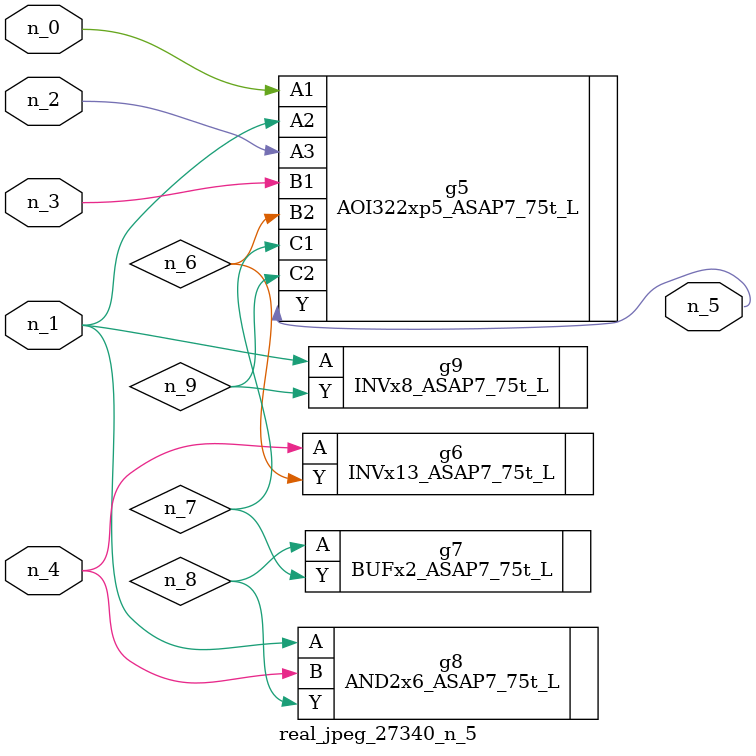
<source format=v>
module real_jpeg_27340_n_5 (n_4, n_0, n_1, n_2, n_3, n_5);

input n_4;
input n_0;
input n_1;
input n_2;
input n_3;

output n_5;

wire n_8;
wire n_6;
wire n_7;
wire n_9;

AOI322xp5_ASAP7_75t_L g5 ( 
.A1(n_0),
.A2(n_1),
.A3(n_2),
.B1(n_3),
.B2(n_6),
.C1(n_7),
.C2(n_9),
.Y(n_5)
);

AND2x6_ASAP7_75t_L g8 ( 
.A(n_1),
.B(n_4),
.Y(n_8)
);

INVx8_ASAP7_75t_L g9 ( 
.A(n_1),
.Y(n_9)
);

INVx13_ASAP7_75t_L g6 ( 
.A(n_4),
.Y(n_6)
);

BUFx2_ASAP7_75t_L g7 ( 
.A(n_8),
.Y(n_7)
);


endmodule
</source>
